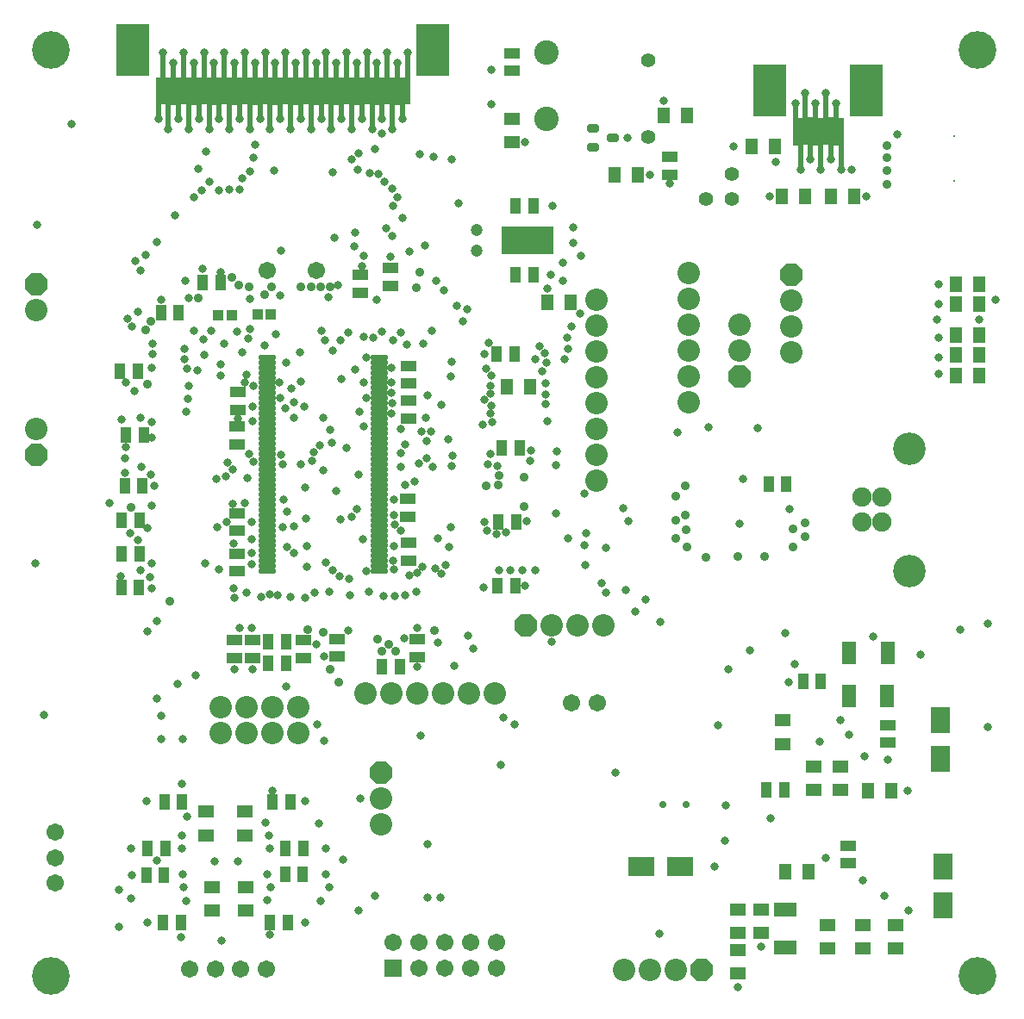
<source format=gbs>
G04 Layer_Color=16711935*
%FSLAX44Y44*%
%MOMM*%
G71*
G01*
G75*
%ADD74R,1.2032X1.5032*%
%ADD79R,1.5032X1.2032*%
%ADD84R,0.5032X4.2032*%
%ADD85R,0.5032X5.2032*%
%ADD86R,3.2032X5.2032*%
%ADD87R,1.6032X1.0532*%
%ADD88R,1.0532X1.6032*%
%ADD89R,1.9532X2.6032*%
G04:AMPARAMS|DCode=98|XSize=0.8532mm|YSize=1.2032mm|CornerRadius=0.2641mm|HoleSize=0mm|Usage=FLASHONLY|Rotation=90.000|XOffset=0mm|YOffset=0mm|HoleType=Round|Shape=RoundedRectangle|*
%AMROUNDEDRECTD98*
21,1,0.8532,0.6750,0,0,90.0*
21,1,0.3250,1.2032,0,0,90.0*
1,1,0.5282,0.3375,0.1625*
1,1,0.5282,0.3375,-0.1625*
1,1,0.5282,-0.3375,-0.1625*
1,1,0.5282,-0.3375,0.1625*
%
%ADD98ROUNDEDRECTD98*%
%ADD101C,0.9032*%
%ADD102P,2.3847X8X202.5*%
%ADD103C,2.2032*%
%ADD104P,2.3847X8X292.5*%
%ADD105C,1.2032*%
%ADD106C,0.3032*%
%ADD107C,3.2032*%
%ADD108C,1.9032*%
%ADD109C,2.4032*%
%ADD110C,1.7032*%
%ADD111C,1.4032*%
%ADD112R,1.7032X1.7032*%
%ADD113C,0.8032*%
%ADD114C,0.7032*%
%ADD115C,3.7032*%
%ADD116R,1.0032X1.1032*%
%ADD117R,5.2032X2.7032*%
%ADD118R,2.6032X1.9532*%
%ADD119R,1.4532X2.2032*%
%ADD120O,1.8032X0.5032*%
%ADD121R,2.2032X1.4532*%
D74*
X1238250Y1615500D02*
D03*
X1261250D02*
D03*
X1060250Y1462250D02*
D03*
X1037250D02*
D03*
X1103750Y1587250D02*
D03*
X1126750Y1587250D02*
D03*
X1352250Y982250D02*
D03*
X1375250D02*
D03*
X1271000Y902500D02*
D03*
X1294000D02*
D03*
X1461500Y1460000D02*
D03*
X1438500D02*
D03*
Y1480000D02*
D03*
X1461500D02*
D03*
Y1410000D02*
D03*
X1438500D02*
D03*
X1461500Y1390000D02*
D03*
X1438500D02*
D03*
X1461500Y1430000D02*
D03*
X1438500D02*
D03*
X1291000Y1566000D02*
D03*
X1268000D02*
D03*
X1315750D02*
D03*
X1338750D02*
D03*
X1020500Y1379250D02*
D03*
X997500D02*
D03*
X1175000Y1645500D02*
D03*
X1152000D02*
D03*
D79*
X1224500Y802500D02*
D03*
Y825500D02*
D03*
X1247482Y865500D02*
D03*
Y842500D02*
D03*
X1224250Y865250D02*
D03*
Y842250D02*
D03*
X702250Y938250D02*
D03*
Y961250D02*
D03*
X740250D02*
D03*
Y938250D02*
D03*
X741000Y887500D02*
D03*
Y864500D02*
D03*
X708500D02*
D03*
Y887500D02*
D03*
X1379750Y826750D02*
D03*
Y849750D02*
D03*
X1299000Y1005500D02*
D03*
Y982500D02*
D03*
X1347250Y850000D02*
D03*
Y827000D02*
D03*
X1002750Y1642750D02*
D03*
Y1619750D02*
D03*
X1269000Y1051000D02*
D03*
Y1028000D02*
D03*
X1325750Y1005500D02*
D03*
Y982500D02*
D03*
X1312750Y850250D02*
D03*
Y827250D02*
D03*
D84*
X675250Y1662250D02*
D03*
X670250Y1677250D02*
D03*
X655250Y1662250D02*
D03*
X695250D02*
D03*
X690250Y1677250D02*
D03*
X710250D02*
D03*
X715250Y1662250D02*
D03*
X730250Y1677250D02*
D03*
X735250Y1662250D02*
D03*
X755250D02*
D03*
X750250Y1677250D02*
D03*
X770250D02*
D03*
X790250D02*
D03*
X775250Y1662250D02*
D03*
X795250D02*
D03*
X815250D02*
D03*
X810250Y1677250D02*
D03*
X830250D02*
D03*
X835250Y1662250D02*
D03*
X850250Y1677250D02*
D03*
X855250Y1662250D02*
D03*
X870250Y1677250D02*
D03*
X875250Y1662250D02*
D03*
X890250Y1677250D02*
D03*
X895250Y1662250D02*
D03*
X1296000Y1622500D02*
D03*
X1301000Y1637500D02*
D03*
X1316000Y1622500D02*
D03*
X1321000Y1637500D02*
D03*
X1281000D02*
D03*
D85*
X900250Y1682250D02*
D03*
X885250Y1657250D02*
D03*
X880250Y1682250D02*
D03*
X865250Y1657250D02*
D03*
X860250Y1682250D02*
D03*
X845250Y1657250D02*
D03*
X840250Y1682250D02*
D03*
X825250Y1657250D02*
D03*
X820250Y1682250D02*
D03*
X800250D02*
D03*
X805250Y1657250D02*
D03*
X785250D02*
D03*
X780250Y1682250D02*
D03*
X745250Y1657250D02*
D03*
X765250D02*
D03*
X760250Y1682250D02*
D03*
X720250D02*
D03*
X660250D02*
D03*
X665250Y1657250D02*
D03*
X680250Y1682250D02*
D03*
X685250Y1657250D02*
D03*
X705250D02*
D03*
X725250D02*
D03*
X740250Y1682250D02*
D03*
X700250D02*
D03*
X1286000Y1617500D02*
D03*
X1291000Y1642500D02*
D03*
X1306000Y1617500D02*
D03*
X1311000Y1642500D02*
D03*
X1326000Y1617500D02*
D03*
D86*
X630250Y1709750D02*
D03*
X925250D02*
D03*
X1351000Y1670000D02*
D03*
X1256000D02*
D03*
D87*
X910000Y1113500D02*
D03*
Y1131000D02*
D03*
X1157500Y1587250D02*
D03*
Y1604750D02*
D03*
X1002750Y1707000D02*
D03*
X1002750Y1689500D02*
D03*
X1333000Y928000D02*
D03*
Y910500D02*
D03*
X1372250Y1029000D02*
D03*
Y1046500D02*
D03*
X831000Y1131250D02*
D03*
Y1113750D02*
D03*
X797500Y1130250D02*
D03*
Y1112750D02*
D03*
X748250Y1130250D02*
D03*
Y1112750D02*
D03*
X730000D02*
D03*
Y1130250D02*
D03*
X854000Y1471250D02*
D03*
X854000Y1488750D02*
D03*
X883500Y1495750D02*
D03*
Y1478250D02*
D03*
X901221Y1208431D02*
D03*
X901221Y1225931D02*
D03*
X901191Y1347750D02*
D03*
X901191Y1365250D02*
D03*
X901309Y1382181D02*
D03*
X901309Y1399681D02*
D03*
X732971Y1215181D02*
D03*
X732971Y1197681D02*
D03*
X733221Y1356431D02*
D03*
X733221Y1373931D02*
D03*
X733000Y1340000D02*
D03*
X733000Y1322500D02*
D03*
X900721Y1268931D02*
D03*
X900721Y1251431D02*
D03*
X732971Y1237431D02*
D03*
Y1254931D02*
D03*
D88*
X785000Y971250D02*
D03*
X767500D02*
D03*
X660000Y852500D02*
D03*
X677500D02*
D03*
X661000Y899285D02*
D03*
X643500D02*
D03*
X662250Y925500D02*
D03*
X644750D02*
D03*
X763500Y1128465D02*
D03*
X781000D02*
D03*
X763500Y1107000D02*
D03*
X781000D02*
D03*
X639750Y1281500D02*
D03*
X622250Y1281500D02*
D03*
X797500Y925500D02*
D03*
X780000D02*
D03*
X797250Y900250D02*
D03*
X779750D02*
D03*
X764750Y852500D02*
D03*
X782250D02*
D03*
X1270250Y982500D02*
D03*
X1252750D02*
D03*
X1306250Y1089750D02*
D03*
X1288750D02*
D03*
X1023750Y1557000D02*
D03*
X1006250D02*
D03*
X1023750Y1489000D02*
D03*
X1006250D02*
D03*
X987750Y1411500D02*
D03*
X1005250D02*
D03*
X992750Y1319250D02*
D03*
X1010250D02*
D03*
X989500Y1246250D02*
D03*
X1007000D02*
D03*
X988250Y1183750D02*
D03*
X1005750D02*
D03*
X619000Y1181500D02*
D03*
X636500D02*
D03*
X636750Y1214750D02*
D03*
X619250D02*
D03*
X641000Y1331500D02*
D03*
X623500D02*
D03*
X635000Y1394000D02*
D03*
X617500Y1394000D02*
D03*
X675500Y1452250D02*
D03*
X658000D02*
D03*
X716250Y1481750D02*
D03*
X698750D02*
D03*
X1254750Y1283250D02*
D03*
X1272250D02*
D03*
X892500Y1104250D02*
D03*
X875000D02*
D03*
X619250Y1248250D02*
D03*
X636750D02*
D03*
X661250Y971000D02*
D03*
X678750D02*
D03*
D89*
X1424000Y1013000D02*
D03*
Y1051000D02*
D03*
X1426000Y869250D02*
D03*
Y907250D02*
D03*
D98*
X1082000Y1614250D02*
D03*
Y1633250D02*
D03*
X1102000Y1623750D02*
D03*
D101*
X989250Y1282500D02*
D03*
X1371035Y1616250D02*
D03*
Y1604000D02*
D03*
Y1592000D02*
D03*
X1371250Y1578250D02*
D03*
X1193500Y1211250D02*
D03*
X1224750Y1212500D02*
D03*
X1250750D02*
D03*
X832250Y1089000D02*
D03*
X824250Y1101000D02*
D03*
X912000Y1491750D02*
D03*
X1014250Y1290250D02*
D03*
X817000Y1137500D02*
D03*
X1015000Y1261500D02*
D03*
X666500Y1168500D02*
D03*
X908500Y1476500D02*
D03*
X759750Y1469250D02*
D03*
X926500Y1139750D02*
D03*
X888250Y1119250D02*
D03*
X881750Y1125500D02*
D03*
X874750Y1119250D02*
D03*
X870500Y1131250D02*
D03*
X728000Y1486500D02*
D03*
X734250Y1479250D02*
D03*
X744250Y1477250D02*
D03*
X795750D02*
D03*
X805333D02*
D03*
X814917D02*
D03*
X824500D02*
D03*
X1163750Y1271500D02*
D03*
X1172750Y1282000D02*
D03*
X1290500Y1245500D02*
D03*
X977750Y1281750D02*
D03*
X990500Y1292250D02*
D03*
X628750Y1260750D02*
D03*
X644500Y1382000D02*
D03*
X1173000Y1252750D02*
D03*
X1163500Y1247500D02*
D03*
X1173500Y1238750D02*
D03*
X1278750Y1239000D02*
D03*
X1290250Y1232000D02*
D03*
X1278500Y1222000D02*
D03*
X1163750Y1230000D02*
D03*
X1174500Y1222000D02*
D03*
X643000Y1435000D02*
D03*
X647750Y1443250D02*
D03*
X766750Y1477500D02*
D03*
X695000Y1466000D02*
D03*
X802500Y1140500D02*
D03*
D102*
X1016650Y1144250D02*
D03*
X1188850Y805750D02*
D03*
D103*
X1042050Y1144250D02*
D03*
X1067450D02*
D03*
X1092850D02*
D03*
X873750Y974400D02*
D03*
Y949000D02*
D03*
X1277500Y1413150D02*
D03*
Y1438550D02*
D03*
Y1463950D02*
D03*
X1112650Y805750D02*
D03*
X1138050D02*
D03*
X1163450D02*
D03*
X1176500Y1490750D02*
D03*
Y1465350D02*
D03*
Y1439950D02*
D03*
Y1414550D02*
D03*
Y1389150D02*
D03*
Y1363750D02*
D03*
X1226250Y1414250D02*
D03*
Y1439650D02*
D03*
X535750Y1454550D02*
D03*
X535750Y1337450D02*
D03*
X1086000Y1287200D02*
D03*
Y1312600D02*
D03*
Y1338000D02*
D03*
Y1363400D02*
D03*
Y1388800D02*
D03*
Y1414200D02*
D03*
Y1439600D02*
D03*
Y1465000D02*
D03*
X859250Y1077250D02*
D03*
X884650D02*
D03*
X910050D02*
D03*
X935450D02*
D03*
X960850D02*
D03*
X986250D02*
D03*
X792620Y1064220D02*
D03*
Y1038820D02*
D03*
X767220Y1064220D02*
D03*
Y1038820D02*
D03*
X741820Y1064220D02*
D03*
X741820Y1038820D02*
D03*
X716420Y1038820D02*
D03*
X716420Y1064220D02*
D03*
D104*
X873750Y999800D02*
D03*
X1277500Y1489350D02*
D03*
X1226250Y1388850D02*
D03*
X535750Y1479950D02*
D03*
X535750Y1312050D02*
D03*
D105*
X968250Y1532750D02*
D03*
Y1512750D02*
D03*
D106*
X1437375Y1581250D02*
D03*
X1437375Y1625625D02*
D03*
D107*
X1393250Y1198050D02*
D03*
Y1318450D02*
D03*
D108*
X1366150Y1270750D02*
D03*
X1346250Y1245750D02*
D03*
X1366150D02*
D03*
X1346250Y1270750D02*
D03*
D109*
X1036250Y1642250D02*
D03*
Y1707250D02*
D03*
D110*
X554250Y941000D02*
D03*
Y916000D02*
D03*
Y891000D02*
D03*
X686500Y806500D02*
D03*
X711500D02*
D03*
X736500D02*
D03*
X761500D02*
D03*
X987300Y832700D02*
D03*
X987300Y807300D02*
D03*
X961900Y832700D02*
D03*
X961900Y807300D02*
D03*
X936500Y832700D02*
D03*
Y807300D02*
D03*
X911100Y832700D02*
D03*
Y807300D02*
D03*
X885700Y832700D02*
D03*
X1061500Y1068750D02*
D03*
X1086500D02*
D03*
X810800Y1493000D02*
D03*
X762000D02*
D03*
D111*
X1218500Y1588250D02*
D03*
Y1563250D02*
D03*
X1193500D02*
D03*
X1136250Y1700250D02*
D03*
Y1624250D02*
D03*
D112*
X885700Y807300D02*
D03*
D113*
X1224500Y788750D02*
D03*
X1247500Y828750D02*
D03*
X1220250Y1615500D02*
D03*
X1261750Y1600250D02*
D03*
X1286000Y1592500D02*
D03*
X912500Y1608000D02*
D03*
X852500Y1608250D02*
D03*
X845250Y1602250D02*
D03*
X875000Y1628000D02*
D03*
X943750Y1602500D02*
D03*
X982750Y1656500D02*
D03*
Y1690500D02*
D03*
X570500Y1637250D02*
D03*
X1005250Y1047250D02*
D03*
X994290Y1053790D02*
D03*
X1041750Y1128250D02*
D03*
X1095000Y1176500D02*
D03*
X1114500Y1179000D02*
D03*
X1117500Y1247250D02*
D03*
X988000Y1301250D02*
D03*
X1015750Y1183500D02*
D03*
X683250Y956750D02*
D03*
X762000Y900000D02*
D03*
X765250Y925500D02*
D03*
X852250Y864500D02*
D03*
X913250Y1036250D02*
D03*
X854000Y974000D02*
D03*
X991750Y1007750D02*
D03*
X654000Y1072500D02*
D03*
X658500Y1055750D02*
D03*
X674000Y1087250D02*
D03*
X692000Y1095750D02*
D03*
X653750Y1148500D02*
D03*
X920000Y929500D02*
D03*
X812750Y949500D02*
D03*
X760250Y950750D02*
D03*
X764000Y938250D02*
D03*
X814750Y873500D02*
D03*
X765750Y887250D02*
D03*
X762250Y874500D02*
D03*
X767500Y982250D02*
D03*
X733750Y912750D02*
D03*
X710750D02*
D03*
X683000Y873750D02*
D03*
X677250Y838250D02*
D03*
X680250Y887250D02*
D03*
X628750Y875750D02*
D03*
X629000Y899000D02*
D03*
X679500Y899750D02*
D03*
X628500Y925250D02*
D03*
X678500Y925500D02*
D03*
X678250Y938250D02*
D03*
X982548Y1360066D02*
D03*
X983250Y1344750D02*
D03*
X974250Y1341500D02*
D03*
X981750Y1372000D02*
D03*
X975500Y1366750D02*
D03*
X982000Y1380250D02*
D03*
X1212250Y932750D02*
D03*
X1212500Y967750D02*
D03*
X1047000Y1315250D02*
D03*
X1075750Y1235500D02*
D03*
X1057500Y1230000D02*
D03*
X1094750Y1220750D02*
D03*
X1256500Y954750D02*
D03*
X1443250Y1140000D02*
D03*
X1357500Y1133250D02*
D03*
X1148750Y1148250D02*
D03*
X1123750Y1158500D02*
D03*
X1001000Y1198500D02*
D03*
X987500Y1234250D02*
D03*
X635500Y1228250D02*
D03*
X628000Y1235250D02*
D03*
X644750Y1240250D02*
D03*
X745250Y1465750D02*
D03*
X712000Y1288500D02*
D03*
X713000Y1240750D02*
D03*
X647250Y1191750D02*
D03*
X638000Y1199000D02*
D03*
X649000Y1205750D02*
D03*
X747250Y1205000D02*
D03*
X875000Y1433250D02*
D03*
X866750Y1427750D02*
D03*
X856750Y1428500D02*
D03*
X859319Y1407931D02*
D03*
X1311000Y915750D02*
D03*
X942250Y1389000D02*
D03*
X843250Y1174250D02*
D03*
X638500Y1300000D02*
D03*
X651069Y1281431D02*
D03*
X648250Y1293000D02*
D03*
X649250Y1344250D02*
D03*
X648750Y1328750D02*
D03*
X745750Y1435750D02*
D03*
X743500Y1426750D02*
D03*
X732750Y1433000D02*
D03*
X810250Y1126250D02*
D03*
X785000Y1172500D02*
D03*
X756250Y1172750D02*
D03*
X818250Y1031250D02*
D03*
X811250Y1047250D02*
D03*
X780750Y1084500D02*
D03*
X747500Y1141750D02*
D03*
X888000Y1173500D02*
D03*
X979000Y1303000D02*
D03*
X943250Y1301500D02*
D03*
X886000Y1424750D02*
D03*
X893250Y1432500D02*
D03*
X899250Y1420500D02*
D03*
X1226500Y1244500D02*
D03*
X822750Y1467250D02*
D03*
X832000Y1479000D02*
D03*
X648500Y1262500D02*
D03*
X927045Y1200309D02*
D03*
X937721Y1203931D02*
D03*
X862250Y1177500D02*
D03*
X886500Y1199750D02*
D03*
X909971Y1195931D02*
D03*
X909000Y1177500D02*
D03*
X902011Y1193242D02*
D03*
X940750Y1221500D02*
D03*
X851250Y1592250D02*
D03*
X925750Y1605000D02*
D03*
X867750Y1612500D02*
D03*
X946250Y1104500D02*
D03*
X929750Y1127250D02*
D03*
X734971Y1141779D02*
D03*
X1469750Y1146500D02*
D03*
X1470250Y1044500D02*
D03*
X1305250Y1030500D02*
D03*
X1271250Y1136750D02*
D03*
X1274750Y1088750D02*
D03*
X1336000Y1592500D02*
D03*
X1015750Y1619750D02*
D03*
X799750Y852500D02*
D03*
X819750Y925500D02*
D03*
X1104750Y999750D02*
D03*
X730000Y1101750D02*
D03*
X1421500Y1392000D02*
D03*
X1421750Y1408000D02*
D03*
X1421500Y1427250D02*
D03*
Y1460500D02*
D03*
X1421750Y1480000D02*
D03*
X1461500Y1445000D02*
D03*
X777500Y1241000D02*
D03*
X788750Y1241750D02*
D03*
X778543Y1268062D02*
D03*
X800000Y1279750D02*
D03*
X860069Y1367931D02*
D03*
X799971Y1172029D02*
D03*
X772750Y1174250D02*
D03*
X683181Y1396431D02*
D03*
X815750Y1434000D02*
D03*
X819250Y1425000D02*
D03*
X943250Y1403500D02*
D03*
X944431Y1311431D02*
D03*
X942319Y1241431D02*
D03*
X689971Y1434529D02*
D03*
X716500Y1390000D02*
D03*
X738000Y1412901D02*
D03*
X700250Y1410750D02*
D03*
X685000Y1380250D02*
D03*
X781750Y1221750D02*
D03*
X788500Y1215250D02*
D03*
X801000Y1222250D02*
D03*
X823000Y1177250D02*
D03*
X806000Y1306000D02*
D03*
X740500Y1264500D02*
D03*
X813750Y1321500D02*
D03*
X826250Y1324000D02*
D03*
X823750Y1336500D02*
D03*
X701721Y1205250D02*
D03*
X714500Y1200000D02*
D03*
X834000Y1248395D02*
D03*
X845000Y1251000D02*
D03*
X795250Y1303250D02*
D03*
X807750Y1315000D02*
D03*
X850250Y1258500D02*
D03*
X830256Y1276500D02*
D03*
X909971Y1142279D02*
D03*
X884250Y1353000D02*
D03*
X826500Y1199000D02*
D03*
X915221Y1421181D02*
D03*
X884250Y1398000D02*
D03*
X869971Y1464721D02*
D03*
X733221Y1347971D02*
D03*
X747721Y1345181D02*
D03*
X886000Y1208000D02*
D03*
X886500Y1253000D02*
D03*
X910971Y1303681D02*
D03*
X913471Y1335431D02*
D03*
X897721Y1322681D02*
D03*
X924512Y1299997D02*
D03*
X842250Y1432250D02*
D03*
X834000Y1424500D02*
D03*
X886500Y1267931D02*
D03*
X741754Y1390752D02*
D03*
X648750Y1181250D02*
D03*
X764471Y1175431D02*
D03*
X923971Y1433931D02*
D03*
X929971Y1229931D02*
D03*
X918971Y1308681D02*
D03*
X747471Y1246181D02*
D03*
X748471Y1379931D02*
D03*
X693471Y1395181D02*
D03*
X933221Y1195431D02*
D03*
X897971Y1282181D02*
D03*
X700000Y1426000D02*
D03*
X759971Y1419931D02*
D03*
X748221Y1359681D02*
D03*
X746721Y1215431D02*
D03*
X975750Y1246500D02*
D03*
X685000Y1466000D02*
D03*
X684471Y1366931D02*
D03*
X740721Y1383181D02*
D03*
X788500Y1364250D02*
D03*
X788250Y1349000D02*
D03*
X799000Y1359250D02*
D03*
X780000Y1357500D02*
D03*
X721750Y1291000D02*
D03*
X728500Y1264000D02*
D03*
X898000Y1174500D02*
D03*
X857500Y1340000D02*
D03*
X884000Y1383181D02*
D03*
X857250Y1383250D02*
D03*
X746750Y1229000D02*
D03*
X885250Y1363000D02*
D03*
X884500Y1373000D02*
D03*
X834750Y1386500D02*
D03*
X852750Y1354500D02*
D03*
X848750Y1395941D02*
D03*
X893500Y1338000D02*
D03*
X918000Y1349000D02*
D03*
X919000Y1325500D02*
D03*
X886500Y1222500D02*
D03*
X817000Y1349000D02*
D03*
X644000Y971500D02*
D03*
X644500Y852500D02*
D03*
X868350Y878800D02*
D03*
X932750Y876900D02*
D03*
X920050Y877100D02*
D03*
X820250Y900250D02*
D03*
X799500Y971500D02*
D03*
X1021500Y1316250D02*
D03*
X910000Y1104250D02*
D03*
X818500Y1113750D02*
D03*
X698750Y1495000D02*
D03*
X855500Y1497750D02*
D03*
X883750Y1506500D02*
D03*
X1017000Y1247000D02*
D03*
X776250Y1512750D02*
D03*
X877750Y1580750D02*
D03*
X871500Y1588500D02*
D03*
X884750Y1527000D02*
D03*
X878750Y1534500D02*
D03*
X735250Y1573000D02*
D03*
X737500Y1584250D02*
D03*
X745750Y1591000D02*
D03*
X714750Y1572500D02*
D03*
X706000Y1580250D02*
D03*
X976000Y1411500D02*
D03*
X863000Y1589000D02*
D03*
X681500Y1483500D02*
D03*
X698000Y1572500D02*
D03*
X849000Y1531000D02*
D03*
X725250Y1573000D02*
D03*
X748875Y1604125D02*
D03*
X877048Y1173058D02*
D03*
X828000Y1525500D02*
D03*
X695000Y1593500D02*
D03*
X672000Y1547500D02*
D03*
X857500Y1508000D02*
D03*
X702000Y1610500D02*
D03*
X720250Y1421500D02*
D03*
X635500Y1452750D02*
D03*
X637500Y1493250D02*
D03*
X625500Y1446000D02*
D03*
X1368750Y878750D02*
D03*
X1347750Y894250D02*
D03*
X1391250Y982250D02*
D03*
X1372250Y1012500D02*
D03*
X1325500Y1051250D02*
D03*
X1147750Y841750D02*
D03*
X1392500Y864250D02*
D03*
X1201750Y907750D02*
D03*
X654000Y1521000D02*
D03*
X619000Y1347000D02*
D03*
X690500Y1565750D02*
D03*
X827000Y1590000D02*
D03*
X1020750Y1306500D02*
D03*
X1478000Y1465000D02*
D03*
X1420000Y1445000D02*
D03*
X1074000Y1223000D02*
D03*
X1075000Y1204000D02*
D03*
X1091000Y1186000D02*
D03*
X960000Y1134000D02*
D03*
X965000Y1122000D02*
D03*
X1043000Y1557000D02*
D03*
X1041000Y1489000D02*
D03*
X902000Y1512000D02*
D03*
X1351000Y1566000D02*
D03*
X1256000D02*
D03*
X1334000Y1037000D02*
D03*
X840250Y1318901D02*
D03*
X893853Y1300314D02*
D03*
X919750Y1370250D02*
D03*
X923250Y1335250D02*
D03*
X817250Y1297250D02*
D03*
X780538Y1402568D02*
D03*
X794250Y1413181D02*
D03*
X723000Y1304750D02*
D03*
X742750Y1289000D02*
D03*
X728500Y1297750D02*
D03*
X722750Y1246250D02*
D03*
X729286Y1224810D02*
D03*
X800250Y1249250D02*
D03*
X781500Y1256500D02*
D03*
X826750Y1415000D02*
D03*
X801500Y1202500D02*
D03*
X819750Y1206250D02*
D03*
X856221Y1229181D02*
D03*
X893250Y1237500D02*
D03*
X887750Y1244000D02*
D03*
X769500Y1592000D02*
D03*
X890000Y1565250D02*
D03*
X917000Y1518000D02*
D03*
X886250Y1556500D02*
D03*
X885500Y1573750D02*
D03*
X642750Y1508250D02*
D03*
X682471Y1354431D02*
D03*
X775005Y1368251D02*
D03*
X795250Y1383750D02*
D03*
X785750Y1377500D02*
D03*
X1204750Y1046750D02*
D03*
X1236500Y1119750D02*
D03*
X1215000Y1101000D02*
D03*
X658000Y1464250D02*
D03*
X648750Y1398000D02*
D03*
X542750Y1056750D02*
D03*
X629000Y1438250D02*
D03*
X681250Y1406500D02*
D03*
X650069Y1411431D02*
D03*
X681000Y1416500D02*
D03*
X650000Y1421500D02*
D03*
X644500Y1138750D02*
D03*
X658500Y1032500D02*
D03*
X679250Y1032750D02*
D03*
X765000Y840750D02*
D03*
X616500Y884750D02*
D03*
Y848250D02*
D03*
X836500Y914250D02*
D03*
X654000Y913000D02*
D03*
X823250Y887250D02*
D03*
X717500Y834500D02*
D03*
X978250Y1238000D02*
D03*
X997250Y1235750D02*
D03*
X974681Y1181431D02*
D03*
X989750Y1198500D02*
D03*
X1013000Y1198750D02*
D03*
X950250Y1559000D02*
D03*
X982500Y1390500D02*
D03*
X977500Y1397000D02*
D03*
X1045750Y1254750D02*
D03*
X1025500Y1198750D02*
D03*
X954250Y1443750D02*
D03*
X948250Y1458500D02*
D03*
X959000Y1455500D02*
D03*
X935750Y1473750D02*
D03*
X928500Y1483500D02*
D03*
X939885Y1327431D02*
D03*
X893261Y1313998D02*
D03*
X906971Y1285681D02*
D03*
X852009Y1292747D02*
D03*
X859721Y1197931D02*
D03*
X742000Y1176750D02*
D03*
X842750Y1190250D02*
D03*
X716250Y1401000D02*
D03*
X774000Y1382931D02*
D03*
X841750Y1139750D02*
D03*
X774971Y1469029D02*
D03*
X750250Y1617000D02*
D03*
X848250Y1517000D02*
D03*
X1062500Y1520750D02*
D03*
X1037500Y1345000D02*
D03*
X1070250Y1507750D02*
D03*
X1036000Y1362000D02*
D03*
Y1371500D02*
D03*
X1138250Y1587250D02*
D03*
X1157500Y1578500D02*
D03*
X1062500Y1535750D02*
D03*
X1151750Y1660000D02*
D03*
X933250Y1361000D02*
D03*
X809000Y1177000D02*
D03*
X833250Y1192500D02*
D03*
X729971Y1171471D02*
D03*
X729721Y1180931D02*
D03*
X915000Y1202500D02*
D03*
X1275250Y1258500D02*
D03*
X1243750Y1338500D02*
D03*
X749000Y1305250D02*
D03*
X744250Y1313000D02*
D03*
X775505Y1312248D02*
D03*
X777750Y1303250D02*
D03*
X716250Y1492000D02*
D03*
X707000Y1434500D02*
D03*
X771000Y1431000D02*
D03*
X1134250Y1169750D02*
D03*
X618750Y1192500D02*
D03*
X622250Y1294250D02*
D03*
X623500Y1319500D02*
D03*
X622250Y1308750D02*
D03*
X623500Y1383000D02*
D03*
X536500Y1538250D02*
D03*
X607500Y1264750D02*
D03*
X534250Y1205250D02*
D03*
X1026000Y1406000D02*
D03*
X980000Y1422000D02*
D03*
X1035250Y1411750D02*
D03*
X1196000Y1339000D02*
D03*
X1229500Y1288250D02*
D03*
X1381250Y1626750D02*
D03*
X1165750Y1334500D02*
D03*
X748250Y1101500D02*
D03*
X1348750Y1015750D02*
D03*
X981750Y1313000D02*
D03*
X896750Y1131500D02*
D03*
X632000Y1374750D02*
D03*
X890250Y1697250D02*
D03*
X870250D02*
D03*
X850250D02*
D03*
X830250D02*
D03*
X810250D02*
D03*
X790250D02*
D03*
X770250D02*
D03*
X750250D02*
D03*
X730250D02*
D03*
X710250D02*
D03*
X690250D02*
D03*
X835250Y1642250D02*
D03*
X815250D02*
D03*
X795250D02*
D03*
X775250D02*
D03*
X755250D02*
D03*
X735250D02*
D03*
X715250D02*
D03*
X695250D02*
D03*
X675250D02*
D03*
X670250Y1697250D02*
D03*
X900250Y1707250D02*
D03*
X880250D02*
D03*
X860250D02*
D03*
X840250D02*
D03*
X820250D02*
D03*
X800250D02*
D03*
X780250D02*
D03*
X760250D02*
D03*
X740250D02*
D03*
X720250D02*
D03*
X700250D02*
D03*
X680250D02*
D03*
X885250Y1632250D02*
D03*
X865250D02*
D03*
X845250D02*
D03*
X825250D02*
D03*
X805250D02*
D03*
X785250D02*
D03*
X765250D02*
D03*
X745250D02*
D03*
X725250D02*
D03*
X705250D02*
D03*
X685250D02*
D03*
X655250Y1642250D02*
D03*
X660250Y1707250D02*
D03*
X665250Y1632250D02*
D03*
X855250Y1642250D02*
D03*
X875250D02*
D03*
X895250D02*
D03*
X1321000Y1657500D02*
D03*
X1326000Y1592500D02*
D03*
X1316000Y1602500D02*
D03*
X1306000Y1592500D02*
D03*
X1291000Y1667500D02*
D03*
X1311000D02*
D03*
X1281000Y1657500D02*
D03*
X1296000Y1602500D02*
D03*
X1301000Y1657500D02*
D03*
X638000Y1349000D02*
D03*
X632750Y1502500D02*
D03*
X1073500Y1274000D02*
D03*
X1045750Y1302250D02*
D03*
X895250Y1545000D02*
D03*
X1112000Y1259500D02*
D03*
X1053000Y1501000D02*
D03*
X1037500Y1475500D02*
D03*
X1053000Y1483000D02*
D03*
X1061000Y1438250D02*
D03*
X1032750Y1394500D02*
D03*
X1036250Y1402500D02*
D03*
X1029750Y1418500D02*
D03*
X1036000Y1382750D02*
D03*
X1057250Y1427250D02*
D03*
X1058000Y1416000D02*
D03*
X1054500Y1406000D02*
D03*
X1070000Y1450750D02*
D03*
X981250Y1352500D02*
D03*
X678750Y988500D02*
D03*
X1116000Y1623750D02*
D03*
X1280750Y1106750D02*
D03*
X1404000Y1115750D02*
D03*
D114*
X1173750Y968750D02*
D03*
X1150750D02*
D03*
D115*
X550000Y800000D02*
D03*
X1460000D02*
D03*
Y1710000D02*
D03*
X550000D02*
D03*
D116*
X727250Y1449750D02*
D03*
X714250D02*
D03*
X753000Y1450000D02*
D03*
X766000D02*
D03*
D117*
X1018250Y1522750D02*
D03*
D118*
X1168000Y907812D02*
D03*
X1130000D02*
D03*
D119*
X1371500Y1075000D02*
D03*
X1334000D02*
D03*
X1334250Y1117750D02*
D03*
X1371750D02*
D03*
D120*
X762471Y1197931D02*
D03*
Y1202931D02*
D03*
Y1207931D02*
D03*
Y1212931D02*
D03*
Y1217931D02*
D03*
Y1222931D02*
D03*
Y1227931D02*
D03*
Y1232931D02*
D03*
Y1237931D02*
D03*
Y1242931D02*
D03*
Y1247931D02*
D03*
Y1252931D02*
D03*
Y1257931D02*
D03*
Y1262931D02*
D03*
Y1267931D02*
D03*
Y1272931D02*
D03*
Y1277931D02*
D03*
Y1282931D02*
D03*
Y1287931D02*
D03*
Y1292931D02*
D03*
Y1297931D02*
D03*
Y1302931D02*
D03*
Y1307931D02*
D03*
Y1312931D02*
D03*
Y1317931D02*
D03*
Y1322931D02*
D03*
Y1327931D02*
D03*
Y1332931D02*
D03*
Y1337931D02*
D03*
Y1342931D02*
D03*
Y1347931D02*
D03*
Y1352931D02*
D03*
Y1357931D02*
D03*
Y1362931D02*
D03*
Y1367931D02*
D03*
Y1372931D02*
D03*
Y1377931D02*
D03*
Y1382931D02*
D03*
Y1387931D02*
D03*
Y1392931D02*
D03*
Y1397931D02*
D03*
Y1402931D02*
D03*
Y1407931D02*
D03*
X872471Y1197931D02*
D03*
Y1202931D02*
D03*
Y1207931D02*
D03*
Y1212931D02*
D03*
Y1217931D02*
D03*
Y1222931D02*
D03*
Y1227931D02*
D03*
Y1232931D02*
D03*
Y1237931D02*
D03*
Y1242931D02*
D03*
Y1247931D02*
D03*
Y1252931D02*
D03*
Y1257931D02*
D03*
Y1262931D02*
D03*
Y1267931D02*
D03*
Y1272931D02*
D03*
Y1277931D02*
D03*
Y1282931D02*
D03*
Y1287931D02*
D03*
Y1292931D02*
D03*
Y1297931D02*
D03*
Y1302931D02*
D03*
Y1307931D02*
D03*
Y1312931D02*
D03*
Y1317931D02*
D03*
Y1322931D02*
D03*
Y1327931D02*
D03*
Y1332931D02*
D03*
Y1337931D02*
D03*
Y1342931D02*
D03*
Y1347931D02*
D03*
Y1352931D02*
D03*
Y1357931D02*
D03*
Y1362931D02*
D03*
Y1367931D02*
D03*
Y1372931D02*
D03*
Y1377931D02*
D03*
Y1382931D02*
D03*
Y1387931D02*
D03*
Y1392931D02*
D03*
Y1397931D02*
D03*
Y1402931D02*
D03*
Y1407931D02*
D03*
D121*
X1271000Y865000D02*
D03*
Y827500D02*
D03*
M02*

</source>
